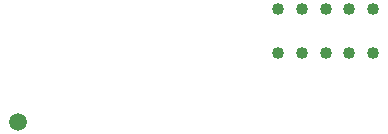
<source format=gbr>
G04*
G04 #@! TF.GenerationSoftware,Altium Limited,Altium Designer,25.8.1 (18)*
G04*
G04 Layer_Color=255*
%FSLAX25Y25*%
%MOIN*%
G70*
G04*
G04 #@! TF.SameCoordinates,7B14AC28-D965-4A85-B311-1C3B9A759C65*
G04*
G04*
G04 #@! TF.FilePolarity,Positive*
G04*
G01*
G75*
%ADD44C,0.04000*%
%ADD45C,0.05906*%
D44*
X250752Y471120D02*
D03*
X258626D02*
D03*
X266500D02*
D03*
X274374D02*
D03*
X282248D02*
D03*
X250752Y485500D02*
D03*
X282248D02*
D03*
X274374D02*
D03*
X266500D02*
D03*
X258626D02*
D03*
D45*
X164000Y448000D02*
D03*
M02*

</source>
